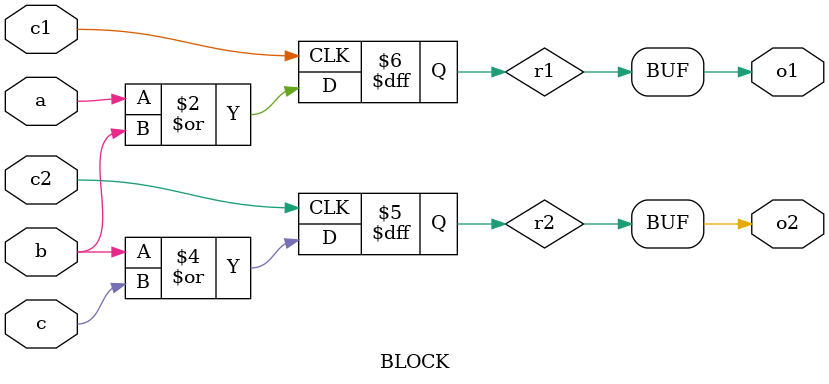
<source format=v>
/*
 * Copyright 2020-2022 F4PGA Authors
 *
 * Licensed under the Apache License, Version 2.0 (the "License");
 * you may not use this file except in compliance with the License.
 * You may obtain a copy of the License at
 *
 *     http://www.apache.org/licenses/LICENSE-2.0
 *
 * Unless required by applicable law or agreed to in writing, software
 * distributed under the License is distributed on an "AS IS" BASIS,
 * WITHOUT WARRANTIES OR CONDITIONS OF ANY KIND, either express or implied.
 * See the License for the specific language governing permissions and
 * limitations under the License.
 *
 * SPDX-License-Identifier: Apache-2.0
 */

module BLOCK(c1, c2, a, b, c, o1, o2);
	input wire c1;
	input wire c2;
	input wire a;
	input wire b;
	input wire c;
	output wire o1;
	output wire o2;

	reg r1;
	reg r2;
        always @ ( posedge c1 ) begin
                r1 <= a | b;
        end
        always @ ( posedge c2 ) begin
                r2 <= b | c;
        end

	assign o1 = r1;
	assign o2 = r2;
endmodule

</source>
